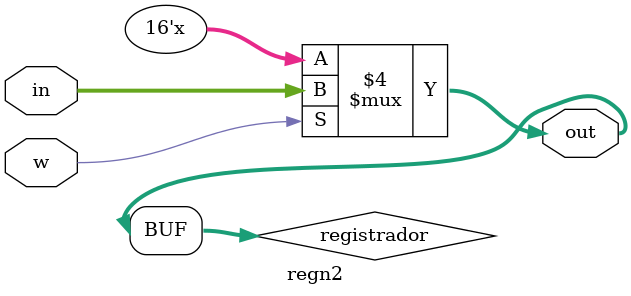
<source format=v>
module regn2 (in, w, out);

	input [15:0] in;
	input w;
	output [15:0] out;
	
	reg [15:0] registrador;
	
	initial begin
		registrador = 16'b0000000000000010;
	end
	
	always @(*)
	begin
		if(w)
			registrador = in;
	end
	
	assign out = registrador;
	
endmodule
	
	
</source>
